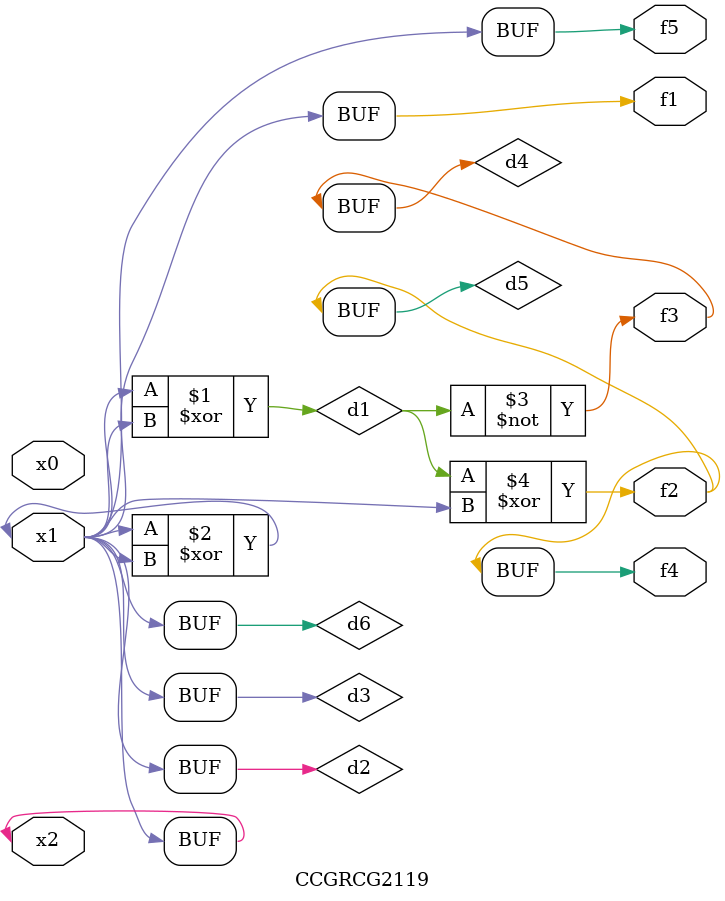
<source format=v>
module CCGRCG2119(
	input x0, x1, x2,
	output f1, f2, f3, f4, f5
);

	wire d1, d2, d3, d4, d5, d6;

	xor (d1, x1, x2);
	buf (d2, x1, x2);
	xor (d3, x1, x2);
	nor (d4, d1);
	xor (d5, d1, d2);
	buf (d6, d2, d3);
	assign f1 = d6;
	assign f2 = d5;
	assign f3 = d4;
	assign f4 = d5;
	assign f5 = d6;
endmodule

</source>
